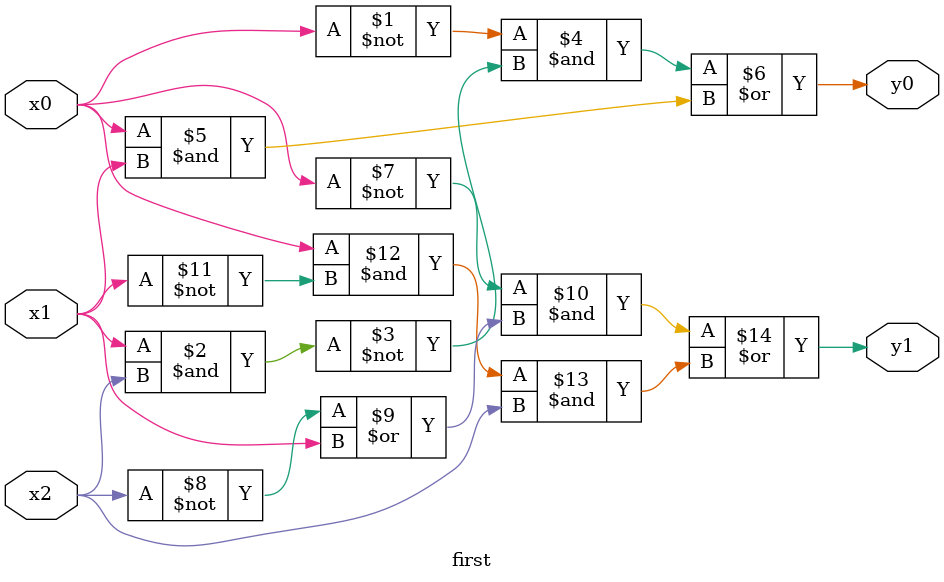
<source format=v>
module first(input x0, x1, x2, output y0, y1);
  assign y0 = ~x0 & ~(x1 & x2) | x0 & x1;
  assign y1 = ~x0 & (~x2 | x1) | x0 & ~x1 & x2;
endmodule
</source>
